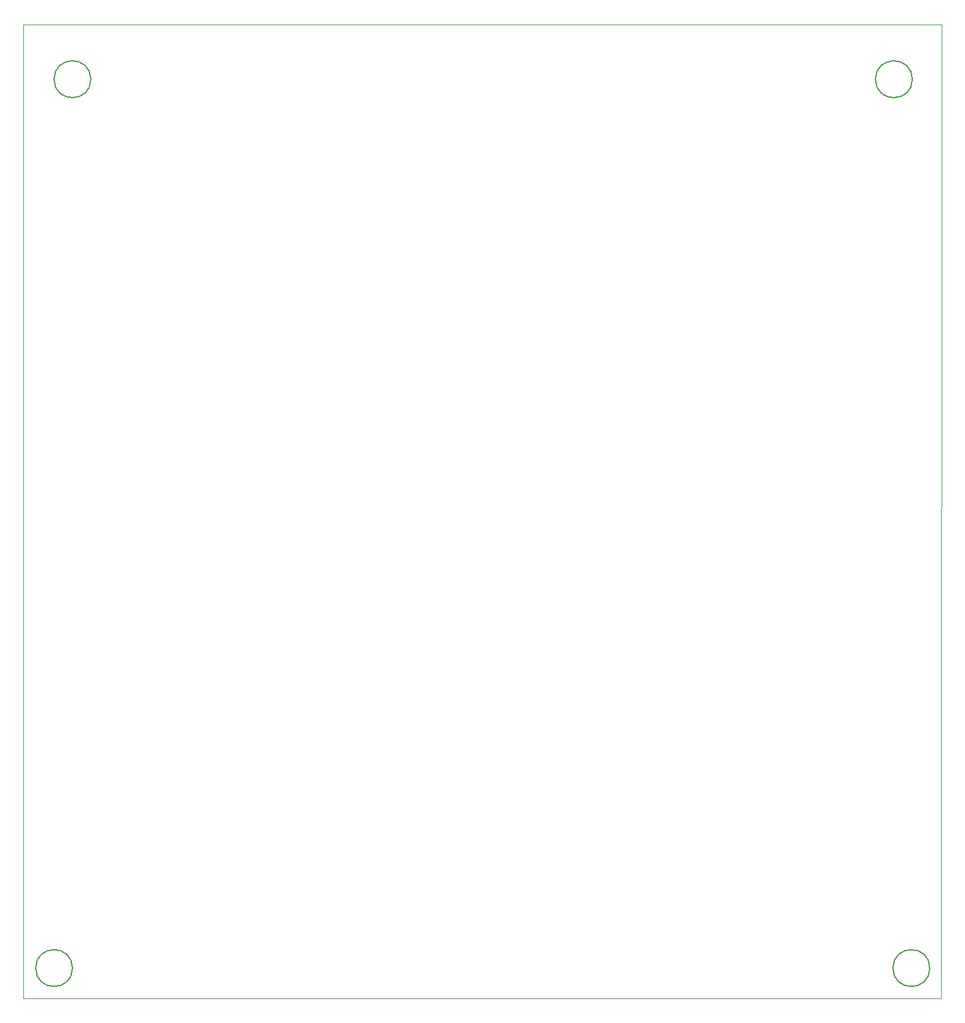
<source format=gbr>
%TF.GenerationSoftware,KiCad,Pcbnew,(5.1.6)-1*%
%TF.CreationDate,2021-01-22T10:12:17+00:00*%
%TF.ProjectId,PPCEXP,50504345-5850-42e6-9b69-6361645f7063,rev?*%
%TF.SameCoordinates,Original*%
%TF.FileFunction,Profile,NP*%
%FSLAX46Y46*%
G04 Gerber Fmt 4.6, Leading zero omitted, Abs format (unit mm)*
G04 Created by KiCad (PCBNEW (5.1.6)-1) date 2021-01-22 10:12:17*
%MOMM*%
%LPD*%
G01*
G04 APERTURE LIST*
%TA.AperFunction,Profile*%
%ADD10C,0.150000*%
%TD*%
%TA.AperFunction,Profile*%
%ADD11C,0.050000*%
%TD*%
G04 APERTURE END LIST*
D10*
X235013500Y-158115000D02*
G75*
G03*
X235013500Y-158115000I-2540000J0D01*
G01*
X116840000Y-158115000D02*
G75*
G03*
X116840000Y-158115000I-2540000J0D01*
G01*
X232600500Y-35560000D02*
G75*
G03*
X232600500Y-35560000I-2540000J0D01*
G01*
X119380000Y-35560000D02*
G75*
G03*
X119380000Y-35560000I-2540000J0D01*
G01*
D11*
X110045500Y-162306000D02*
X110045500Y-28003500D01*
X236601000Y-162306000D02*
X110045500Y-162306000D01*
X236664500Y-28003500D02*
X236601000Y-162306000D01*
X110045500Y-28003500D02*
X236664500Y-28003500D01*
M02*

</source>
